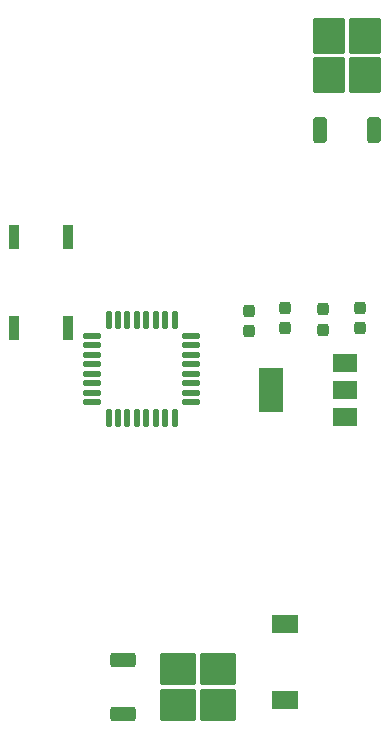
<source format=gbr>
%TF.GenerationSoftware,KiCad,Pcbnew,7.0.7*%
%TF.CreationDate,2024-05-10T07:30:13-05:00*%
%TF.ProjectId,WaterBlasterV2,57617465-7242-46c6-9173-74657256322e,rev?*%
%TF.SameCoordinates,Original*%
%TF.FileFunction,Paste,Top*%
%TF.FilePolarity,Positive*%
%FSLAX46Y46*%
G04 Gerber Fmt 4.6, Leading zero omitted, Abs format (unit mm)*
G04 Created by KiCad (PCBNEW 7.0.7) date 2024-05-10 07:30:13*
%MOMM*%
%LPD*%
G01*
G04 APERTURE LIST*
G04 Aperture macros list*
%AMRoundRect*
0 Rectangle with rounded corners*
0 $1 Rounding radius*
0 $2 $3 $4 $5 $6 $7 $8 $9 X,Y pos of 4 corners*
0 Add a 4 corners polygon primitive as box body*
4,1,4,$2,$3,$4,$5,$6,$7,$8,$9,$2,$3,0*
0 Add four circle primitives for the rounded corners*
1,1,$1+$1,$2,$3*
1,1,$1+$1,$4,$5*
1,1,$1+$1,$6,$7*
1,1,$1+$1,$8,$9*
0 Add four rect primitives between the rounded corners*
20,1,$1+$1,$2,$3,$4,$5,0*
20,1,$1+$1,$4,$5,$6,$7,0*
20,1,$1+$1,$6,$7,$8,$9,0*
20,1,$1+$1,$8,$9,$2,$3,0*%
G04 Aperture macros list end*
%ADD10RoundRect,0.125000X-0.625000X-0.125000X0.625000X-0.125000X0.625000X0.125000X-0.625000X0.125000X0*%
%ADD11RoundRect,0.125000X-0.125000X-0.625000X0.125000X-0.625000X0.125000X0.625000X-0.125000X0.625000X0*%
%ADD12R,0.863600X2.006600*%
%ADD13RoundRect,0.250000X0.350000X-0.850000X0.350000X0.850000X-0.350000X0.850000X-0.350000X-0.850000X0*%
%ADD14RoundRect,0.250000X1.125000X-1.275000X1.125000X1.275000X-1.125000X1.275000X-1.125000X-1.275000X0*%
%ADD15RoundRect,0.250000X-0.850000X-0.350000X0.850000X-0.350000X0.850000X0.350000X-0.850000X0.350000X0*%
%ADD16RoundRect,0.250000X-1.275000X-1.125000X1.275000X-1.125000X1.275000X1.125000X-1.275000X1.125000X0*%
%ADD17R,2.000000X1.500000*%
%ADD18R,2.000000X3.800000*%
%ADD19R,2.200000X1.500000*%
%ADD20RoundRect,0.237500X0.237500X-0.287500X0.237500X0.287500X-0.237500X0.287500X-0.237500X-0.287500X0*%
G04 APERTURE END LIST*
D10*
%TO.C,U3*%
X116618000Y-93714000D03*
X116618000Y-94514000D03*
X116618000Y-95314000D03*
X116618000Y-96114000D03*
X116618000Y-96914000D03*
X116618000Y-97714000D03*
X116618000Y-98514000D03*
X116618000Y-99314000D03*
D11*
X117993000Y-100689000D03*
X118793000Y-100689000D03*
X119593000Y-100689000D03*
X120393000Y-100689000D03*
X121193000Y-100689000D03*
X121993000Y-100689000D03*
X122793000Y-100689000D03*
X123593000Y-100689000D03*
D10*
X124968000Y-99314000D03*
X124968000Y-98514000D03*
X124968000Y-97714000D03*
X124968000Y-96914000D03*
X124968000Y-96114000D03*
X124968000Y-95314000D03*
X124968000Y-94514000D03*
X124968000Y-93714000D03*
D11*
X123593000Y-92339000D03*
X122793000Y-92339000D03*
X121993000Y-92339000D03*
X121193000Y-92339000D03*
X120393000Y-92339000D03*
X119593000Y-92339000D03*
X118793000Y-92339000D03*
X117993000Y-92339000D03*
%TD*%
D12*
%TO.C,SW1*%
X114518001Y-85305900D03*
X114518001Y-93002100D03*
X110017999Y-85305900D03*
X110017999Y-93002100D03*
%TD*%
D13*
%TO.C,Q2*%
X135895000Y-76253000D03*
X140455000Y-76253000D03*
D14*
X139700000Y-68278000D03*
X136650000Y-71628000D03*
X136650000Y-68278000D03*
X139700000Y-71628000D03*
%TD*%
D15*
%TO.C,Q1*%
X119244000Y-121164000D03*
X119244000Y-125724000D03*
D16*
X127219000Y-124969000D03*
X123869000Y-121919000D03*
X127219000Y-121919000D03*
X123869000Y-124969000D03*
%TD*%
D17*
%TO.C,U1*%
X138024000Y-95998000D03*
X138024000Y-98298000D03*
D18*
X131724000Y-98298000D03*
D17*
X138024000Y-100598000D03*
%TD*%
D19*
%TO.C,L1*%
X132969000Y-118110000D03*
X132969000Y-124510000D03*
%TD*%
D20*
%TO.C,D4*%
X129921000Y-93331000D03*
X129921000Y-91581000D03*
%TD*%
%TO.C,D3*%
X132969000Y-93077000D03*
X132969000Y-91327000D03*
%TD*%
%TO.C,D2*%
X136144000Y-91454000D03*
X136144000Y-93204000D03*
%TD*%
%TO.C,D1*%
X139319000Y-93077000D03*
X139319000Y-91327000D03*
%TD*%
M02*

</source>
